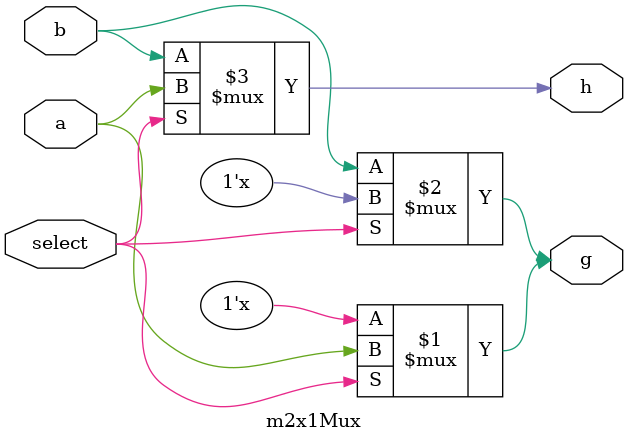
<source format=v>
module m2x1Mux(
  input a,
  input b,
  input select,
  output g,
  output h);
  
  //pure tristate implementation
  bufif1 nb0(g, a, select);
  bufif0 nb1(g, b, select);
  
  //rtl implied tristate
  assign h = select ? a : b; //if select then a else b .. cryptic notation
  
endmodule

</source>
